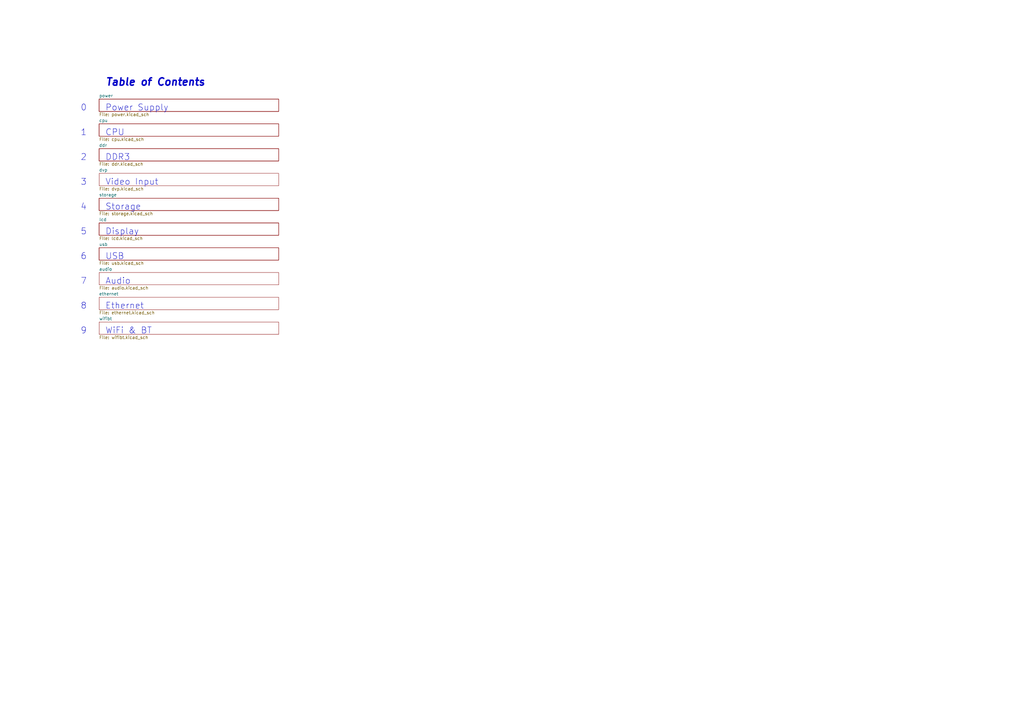
<source format=kicad_sch>
(kicad_sch (version 20210621) (generator eeschema)
  (paper "A3")
  (title_block (title "NekoInk Mainboard") (date "2021-08-21") (rev "R0.1") (company "Copyright 2021 Wenting Zhang") (comment 2 "MERCHANTABILITY, SATISFACTORY QUALITY AND FITNESS FOR A PARTICULAR PURPOSE.") (comment 3 "This source is distributed WITHOUT ANY EXPRESS OR IMPLIED WARRANTY, INCLUDING OF") (comment 4 "This source describes Open Hardware and is licensed under the CERN-OHL-P v2."))
  (lib_symbols)
  (text "0" (at 33.02 45.72 0) (effects (font (size 2.54 2.54)) (justify left bottom)))
  (text "1" (at 33.02 55.88 0) (effects (font (size 2.54 2.54)) (justify left bottom)))
  (text "2" (at 33.02 66.04 0) (effects (font (size 2.54 2.54)) (justify left bottom)))
  (text "3" (at 33.02 76.2 0) (effects (font (size 2.54 2.54)) (justify left bottom)))
  (text "4" (at 33.02 86.36 0) (effects (font (size 2.54 2.54)) (justify left bottom)))
  (text "5" (at 33.02 96.52 0) (effects (font (size 2.54 2.54)) (justify left bottom)))
  (text "6" (at 33.02 106.68 0) (effects (font (size 2.54 2.54)) (justify left bottom)))
  (text "7" (at 33.02 116.84 0) (effects (font (size 2.54 2.54)) (justify left bottom)))
  (text "8" (at 33.02 127 0) (effects (font (size 2.54 2.54)) (justify left bottom)))
  (text "9" (at 33.02 137.16 0) (effects (font (size 2.54 2.54)) (justify left bottom)))
  (text "Table of Contents" (at 43.18 35.56 0) (effects (font (size 2.9972 2.9972) (thickness 0.5994) bold italic) (justify left bottom)))
  (text "Power Supply" (at 43.18 45.72 0) (effects (font (size 2.54 2.54)) (justify left bottom)))
  (text "CPU" (at 43.18 55.88 0) (effects (font (size 2.54 2.54)) (justify left bottom)))
  (text "DDR3" (at 43.18 66.04 0) (effects (font (size 2.54 2.54)) (justify left bottom)))
  (text "Video Input" (at 43.18 76.2 0) (effects (font (size 2.54 2.54)) (justify left bottom)))
  (text "Storage" (at 43.18 86.36 0) (effects (font (size 2.54 2.54)) (justify left bottom)))
  (text "Display" (at 43.18 96.52 0) (effects (font (size 2.54 2.54)) (justify left bottom)))
  (text "USB" (at 43.18 106.68 0) (effects (font (size 2.54 2.54)) (justify left bottom)))
  (text "Audio" (at 43.18 116.84 0) (effects (font (size 2.54 2.54)) (justify left bottom)))
  (text "Ethernet" (at 43.18 127 0) (effects (font (size 2.54 2.54)) (justify left bottom)))
  (text "WiFi & BT" (at 43.18 137.16 0) (effects (font (size 2.54 2.54)) (justify left bottom)))
  (sheet (at 40.64 111.76) (size 73.66 5.08) (stroke (width 0.0006))
    (property "Sheet name" "audio" (at 40.64 111.1243 0) (effects (justify left bottom)))
    (property "Sheet file" "audio.kicad_sch" (at 40.64 117.3487 0) (effects (justify left top)))
  )
  (sheet (at 40.64 50.8) (size 73.66 5.08)
    (property "Sheet name" "cpu" (at 40.64 50.1645 0) (effects (justify left bottom)))
    (property "Sheet file" "cpu.kicad_sch" (at 40.64 56.3885 0) (effects (justify left top)))
  )
  (sheet (at 40.64 60.96) (size 73.66 5.08)
    (property "Sheet name" "ddr" (at 40.64 60.3245 0) (effects (justify left bottom)))
    (property "Sheet file" "ddr.kicad_sch" (at 40.64 66.5485 0) (effects (justify left top)))
  )
  (sheet (at 40.64 71.12) (size 73.66 5.08) (stroke (width 0.0006))
    (property "Sheet name" "dvp" (at 40.64 70.4843 0) (effects (justify left bottom)))
    (property "Sheet file" "dvp.kicad_sch" (at 40.64 76.7087 0) (effects (justify left top)))
  )
  (sheet (at 40.64 121.92) (size 73.66 5.08) (stroke (width 0.0006))
    (property "Sheet name" "ethernet" (at 40.64 121.2843 0) (effects (justify left bottom)))
    (property "Sheet file" "ethernet.kicad_sch" (at 40.64 127.5087 0) (effects (justify left top)))
  )
  (sheet (at 40.64 91.44) (size 73.66 5.08)
    (property "Sheet name" "lcd" (at 40.64 90.8045 0) (effects (justify left bottom)))
    (property "Sheet file" "lcd.kicad_sch" (at 40.64 97.0285 0) (effects (justify left top)))
  )
  (sheet (at 40.64 40.64) (size 73.66 5.08)
    (property "Sheet name" "power" (at 40.64 40.0045 0) (effects (justify left bottom)))
    (property "Sheet file" "power.kicad_sch" (at 40.64 46.2285 0) (effects (justify left top)))
  )
  (sheet (at 40.64 81.28) (size 73.66 5.08)
    (property "Sheet name" "storage" (at 40.64 80.6445 0) (effects (justify left bottom)))
    (property "Sheet file" "storage.kicad_sch" (at 40.64 86.8685 0) (effects (justify left top)))
  )
  (sheet (at 40.64 101.6) (size 73.66 5.08)
    (property "Sheet name" "usb" (at 40.64 100.9645 0) (effects (justify left bottom)))
    (property "Sheet file" "usb.kicad_sch" (at 40.64 107.1885 0) (effects (justify left top)))
  )
  (sheet (at 40.64 132.08) (size 73.66 5.08) (stroke (width 0.0006))
    (property "Sheet name" "wifibt" (at 40.64 131.4443 0) (effects (justify left bottom)))
    (property "Sheet file" "wifibt.kicad_sch" (at 40.64 137.6687 0) (effects (justify left top)))
  )
)
</source>
